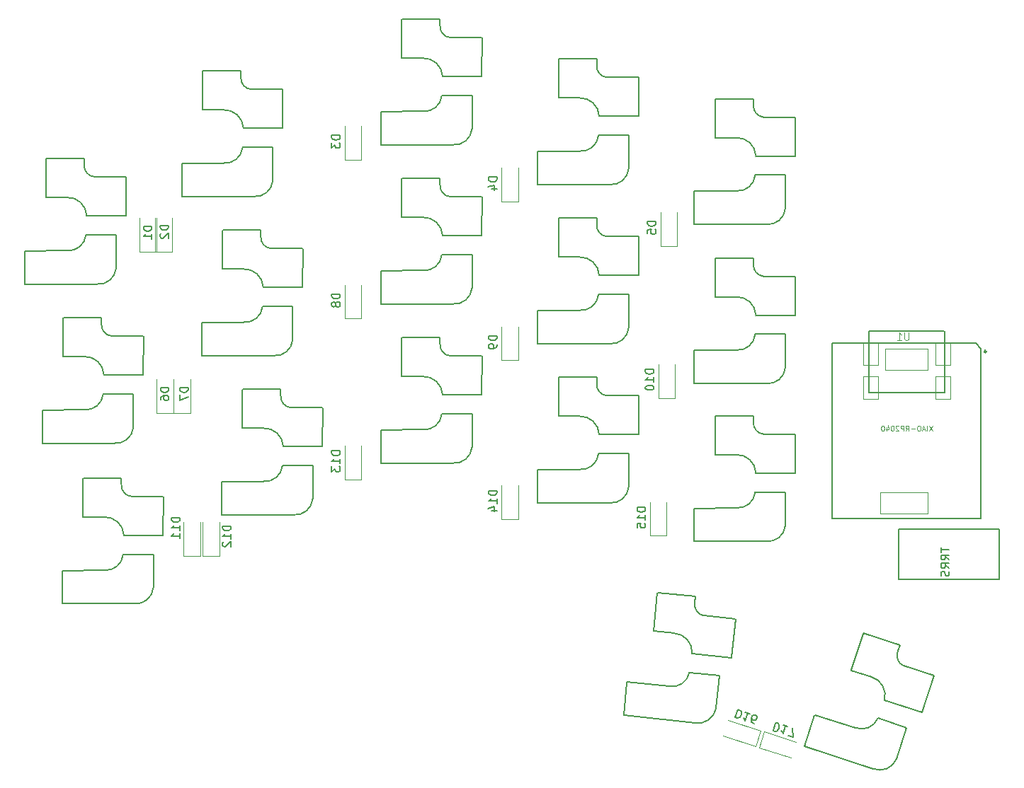
<source format=gbo>
%TF.GenerationSoftware,KiCad,Pcbnew,(6.0.7)*%
%TF.CreationDate,2022-09-04T11:35:24+09:00*%
%TF.ProjectId,selen-full,73656c65-6e2d-4667-956c-6c2e6b696361,rev?*%
%TF.SameCoordinates,Original*%
%TF.FileFunction,Legend,Bot*%
%TF.FilePolarity,Positive*%
%FSLAX46Y46*%
G04 Gerber Fmt 4.6, Leading zero omitted, Abs format (unit mm)*
G04 Created by KiCad (PCBNEW (6.0.7)) date 2022-09-04 11:35:24*
%MOMM*%
%LPD*%
G01*
G04 APERTURE LIST*
%ADD10C,0.150000*%
%ADD11C,0.101600*%
%ADD12C,0.076200*%
%ADD13C,0.120000*%
%ADD14C,0.127000*%
%ADD15C,0.066040*%
%ADD16C,0.254000*%
G04 APERTURE END LIST*
D10*
%TO.C,D9*%
X151952380Y-93961904D02*
X150952380Y-93961904D01*
X150952380Y-94200000D01*
X151000000Y-94342857D01*
X151095238Y-94438095D01*
X151190476Y-94485714D01*
X151380952Y-94533333D01*
X151523809Y-94533333D01*
X151714285Y-94485714D01*
X151809523Y-94438095D01*
X151904761Y-94342857D01*
X151952380Y-94200000D01*
X151952380Y-93961904D01*
X151952380Y-95009523D02*
X151952380Y-95200000D01*
X151904761Y-95295238D01*
X151857142Y-95342857D01*
X151714285Y-95438095D01*
X151523809Y-95485714D01*
X151142857Y-95485714D01*
X151047619Y-95438095D01*
X151000000Y-95390476D01*
X150952380Y-95295238D01*
X150952380Y-95104761D01*
X151000000Y-95009523D01*
X151047619Y-94961904D01*
X151142857Y-94914285D01*
X151380952Y-94914285D01*
X151476190Y-94961904D01*
X151523809Y-95009523D01*
X151571428Y-95104761D01*
X151571428Y-95295238D01*
X151523809Y-95390476D01*
X151476190Y-95438095D01*
X151380952Y-95485714D01*
%TO.C,D4*%
X151952380Y-74961904D02*
X150952380Y-74961904D01*
X150952380Y-75200000D01*
X151000000Y-75342857D01*
X151095238Y-75438095D01*
X151190476Y-75485714D01*
X151380952Y-75533333D01*
X151523809Y-75533333D01*
X151714285Y-75485714D01*
X151809523Y-75438095D01*
X151904761Y-75342857D01*
X151952380Y-75200000D01*
X151952380Y-74961904D01*
X151285714Y-76390476D02*
X151952380Y-76390476D01*
X150904761Y-76152380D02*
X151619047Y-75914285D01*
X151619047Y-76533333D01*
%TO.C,D12*%
X120152380Y-116719714D02*
X119152380Y-116719714D01*
X119152380Y-116957809D01*
X119200000Y-117100666D01*
X119295238Y-117195904D01*
X119390476Y-117243523D01*
X119580952Y-117291142D01*
X119723809Y-117291142D01*
X119914285Y-117243523D01*
X120009523Y-117195904D01*
X120104761Y-117100666D01*
X120152380Y-116957809D01*
X120152380Y-116719714D01*
X120152380Y-118243523D02*
X120152380Y-117672095D01*
X120152380Y-117957809D02*
X119152380Y-117957809D01*
X119295238Y-117862571D01*
X119390476Y-117767333D01*
X119438095Y-117672095D01*
X119247619Y-118624476D02*
X119200000Y-118672095D01*
X119152380Y-118767333D01*
X119152380Y-119005428D01*
X119200000Y-119100666D01*
X119247619Y-119148285D01*
X119342857Y-119195904D01*
X119438095Y-119195904D01*
X119580952Y-119148285D01*
X120152380Y-118576857D01*
X120152380Y-119195904D01*
%TO.C,D17*%
X185279558Y-140255938D02*
X184970541Y-141206994D01*
X185196983Y-141280570D01*
X185347563Y-141279427D01*
X185467570Y-141218280D01*
X185542289Y-141142418D01*
X185646437Y-140975980D01*
X185690583Y-140840115D01*
X185704155Y-140644246D01*
X185688296Y-140538954D01*
X185627150Y-140418947D01*
X185506000Y-140329513D01*
X185279558Y-140255938D01*
X186728787Y-140726821D02*
X186185326Y-140550240D01*
X186457056Y-140638530D02*
X186148039Y-141589587D01*
X186101608Y-141424291D01*
X186040461Y-141304284D01*
X185964599Y-141229566D01*
X186736788Y-141780883D02*
X187370826Y-141986894D01*
X187272247Y-140903402D01*
%TO.C,D15*%
X169702380Y-114485714D02*
X168702380Y-114485714D01*
X168702380Y-114723809D01*
X168750000Y-114866666D01*
X168845238Y-114961904D01*
X168940476Y-115009523D01*
X169130952Y-115057142D01*
X169273809Y-115057142D01*
X169464285Y-115009523D01*
X169559523Y-114961904D01*
X169654761Y-114866666D01*
X169702380Y-114723809D01*
X169702380Y-114485714D01*
X169702380Y-116009523D02*
X169702380Y-115438095D01*
X169702380Y-115723809D02*
X168702380Y-115723809D01*
X168845238Y-115628571D01*
X168940476Y-115533333D01*
X168988095Y-115438095D01*
X168702380Y-116914285D02*
X168702380Y-116438095D01*
X169178571Y-116390476D01*
X169130952Y-116438095D01*
X169083333Y-116533333D01*
X169083333Y-116771428D01*
X169130952Y-116866666D01*
X169178571Y-116914285D01*
X169273809Y-116961904D01*
X169511904Y-116961904D01*
X169607142Y-116914285D01*
X169654761Y-116866666D01*
X169702380Y-116771428D01*
X169702380Y-116533333D01*
X169654761Y-116438095D01*
X169607142Y-116390476D01*
%TO.C,D8*%
X133202380Y-88961904D02*
X132202380Y-88961904D01*
X132202380Y-89200000D01*
X132250000Y-89342857D01*
X132345238Y-89438095D01*
X132440476Y-89485714D01*
X132630952Y-89533333D01*
X132773809Y-89533333D01*
X132964285Y-89485714D01*
X133059523Y-89438095D01*
X133154761Y-89342857D01*
X133202380Y-89200000D01*
X133202380Y-88961904D01*
X132630952Y-90104761D02*
X132583333Y-90009523D01*
X132535714Y-89961904D01*
X132440476Y-89914285D01*
X132392857Y-89914285D01*
X132297619Y-89961904D01*
X132250000Y-90009523D01*
X132202380Y-90104761D01*
X132202380Y-90295238D01*
X132250000Y-90390476D01*
X132297619Y-90438095D01*
X132392857Y-90485714D01*
X132440476Y-90485714D01*
X132535714Y-90438095D01*
X132583333Y-90390476D01*
X132630952Y-90295238D01*
X132630952Y-90104761D01*
X132678571Y-90009523D01*
X132726190Y-89961904D01*
X132821428Y-89914285D01*
X133011904Y-89914285D01*
X133107142Y-89961904D01*
X133154761Y-90009523D01*
X133202380Y-90104761D01*
X133202380Y-90295238D01*
X133154761Y-90390476D01*
X133107142Y-90438095D01*
X133011904Y-90485714D01*
X132821428Y-90485714D01*
X132726190Y-90438095D01*
X132678571Y-90390476D01*
X132630952Y-90295238D01*
%TO.C,D11*%
X114052380Y-115719714D02*
X113052380Y-115719714D01*
X113052380Y-115957809D01*
X113100000Y-116100666D01*
X113195238Y-116195904D01*
X113290476Y-116243523D01*
X113480952Y-116291142D01*
X113623809Y-116291142D01*
X113814285Y-116243523D01*
X113909523Y-116195904D01*
X114004761Y-116100666D01*
X114052380Y-115957809D01*
X114052380Y-115719714D01*
X114052380Y-117243523D02*
X114052380Y-116672095D01*
X114052380Y-116957809D02*
X113052380Y-116957809D01*
X113195238Y-116862571D01*
X113290476Y-116767333D01*
X113338095Y-116672095D01*
X114052380Y-118195904D02*
X114052380Y-117624476D01*
X114052380Y-117910190D02*
X113052380Y-117910190D01*
X113195238Y-117814952D01*
X113290476Y-117719714D01*
X113338095Y-117624476D01*
%TO.C,D3*%
X133202380Y-69961904D02*
X132202380Y-69961904D01*
X132202380Y-70200000D01*
X132250000Y-70342857D01*
X132345238Y-70438095D01*
X132440476Y-70485714D01*
X132630952Y-70533333D01*
X132773809Y-70533333D01*
X132964285Y-70485714D01*
X133059523Y-70438095D01*
X133154761Y-70342857D01*
X133202380Y-70200000D01*
X133202380Y-69961904D01*
X132202380Y-70866666D02*
X132202380Y-71485714D01*
X132583333Y-71152380D01*
X132583333Y-71295238D01*
X132630952Y-71390476D01*
X132678571Y-71438095D01*
X132773809Y-71485714D01*
X133011904Y-71485714D01*
X133107142Y-71438095D01*
X133154761Y-71390476D01*
X133202380Y-71295238D01*
X133202380Y-71009523D01*
X133154761Y-70914285D01*
X133107142Y-70866666D01*
%TO.C,D5*%
X170952380Y-80261904D02*
X169952380Y-80261904D01*
X169952380Y-80500000D01*
X170000000Y-80642857D01*
X170095238Y-80738095D01*
X170190476Y-80785714D01*
X170380952Y-80833333D01*
X170523809Y-80833333D01*
X170714285Y-80785714D01*
X170809523Y-80738095D01*
X170904761Y-80642857D01*
X170952380Y-80500000D01*
X170952380Y-80261904D01*
X169952380Y-81738095D02*
X169952380Y-81261904D01*
X170428571Y-81214285D01*
X170380952Y-81261904D01*
X170333333Y-81357142D01*
X170333333Y-81595238D01*
X170380952Y-81690476D01*
X170428571Y-81738095D01*
X170523809Y-81785714D01*
X170761904Y-81785714D01*
X170857142Y-81738095D01*
X170904761Y-81690476D01*
X170952380Y-81595238D01*
X170952380Y-81357142D01*
X170904761Y-81261904D01*
X170857142Y-81214285D01*
%TO.C,D1*%
X110688380Y-80845904D02*
X109688380Y-80845904D01*
X109688380Y-81084000D01*
X109736000Y-81226857D01*
X109831238Y-81322095D01*
X109926476Y-81369714D01*
X110116952Y-81417333D01*
X110259809Y-81417333D01*
X110450285Y-81369714D01*
X110545523Y-81322095D01*
X110640761Y-81226857D01*
X110688380Y-81084000D01*
X110688380Y-80845904D01*
X110688380Y-82369714D02*
X110688380Y-81798285D01*
X110688380Y-82084000D02*
X109688380Y-82084000D01*
X109831238Y-81988761D01*
X109926476Y-81893523D01*
X109974095Y-81798285D01*
%TO.C,D16*%
X180734939Y-138694525D02*
X180425922Y-139645581D01*
X180652364Y-139719157D01*
X180802944Y-139718014D01*
X180922951Y-139656867D01*
X180997670Y-139581005D01*
X181101818Y-139414567D01*
X181145964Y-139278702D01*
X181159536Y-139082833D01*
X181143677Y-138977541D01*
X181082531Y-138857534D01*
X180961381Y-138768100D01*
X180734939Y-138694525D01*
X182184168Y-139165408D02*
X181640707Y-138988827D01*
X181912437Y-139077117D02*
X181603420Y-140028174D01*
X181556989Y-139862878D01*
X181495842Y-139742871D01*
X181419980Y-139668153D01*
X182690342Y-140381336D02*
X182509188Y-140322476D01*
X182433327Y-140247757D01*
X182402753Y-140187754D01*
X182356322Y-140022458D01*
X182369894Y-139826589D01*
X182487614Y-139464282D01*
X182562333Y-139388420D01*
X182622336Y-139357847D01*
X182727628Y-139341989D01*
X182908782Y-139400849D01*
X182984644Y-139475568D01*
X183015217Y-139535571D01*
X183031075Y-139640863D01*
X182957500Y-139867305D01*
X182882781Y-139943167D01*
X182822778Y-139973740D01*
X182717486Y-139989599D01*
X182536332Y-139930738D01*
X182460470Y-139856020D01*
X182429897Y-139796016D01*
X182414039Y-139690724D01*
%TO.C,D13*%
X133202380Y-107735714D02*
X132202380Y-107735714D01*
X132202380Y-107973809D01*
X132250000Y-108116666D01*
X132345238Y-108211904D01*
X132440476Y-108259523D01*
X132630952Y-108307142D01*
X132773809Y-108307142D01*
X132964285Y-108259523D01*
X133059523Y-108211904D01*
X133154761Y-108116666D01*
X133202380Y-107973809D01*
X133202380Y-107735714D01*
X133202380Y-109259523D02*
X133202380Y-108688095D01*
X133202380Y-108973809D02*
X132202380Y-108973809D01*
X132345238Y-108878571D01*
X132440476Y-108783333D01*
X132488095Y-108688095D01*
X132202380Y-109592857D02*
X132202380Y-110211904D01*
X132583333Y-109878571D01*
X132583333Y-110021428D01*
X132630952Y-110116666D01*
X132678571Y-110164285D01*
X132773809Y-110211904D01*
X133011904Y-110211904D01*
X133107142Y-110164285D01*
X133154761Y-110116666D01*
X133202380Y-110021428D01*
X133202380Y-109735714D01*
X133154761Y-109640476D01*
X133107142Y-109592857D01*
%TO.C,D10*%
X170702380Y-97985714D02*
X169702380Y-97985714D01*
X169702380Y-98223809D01*
X169750000Y-98366666D01*
X169845238Y-98461904D01*
X169940476Y-98509523D01*
X170130952Y-98557142D01*
X170273809Y-98557142D01*
X170464285Y-98509523D01*
X170559523Y-98461904D01*
X170654761Y-98366666D01*
X170702380Y-98223809D01*
X170702380Y-97985714D01*
X170702380Y-99509523D02*
X170702380Y-98938095D01*
X170702380Y-99223809D02*
X169702380Y-99223809D01*
X169845238Y-99128571D01*
X169940476Y-99033333D01*
X169988095Y-98938095D01*
X169702380Y-100128571D02*
X169702380Y-100223809D01*
X169750000Y-100319047D01*
X169797619Y-100366666D01*
X169892857Y-100414285D01*
X170083333Y-100461904D01*
X170321428Y-100461904D01*
X170511904Y-100414285D01*
X170607142Y-100366666D01*
X170654761Y-100319047D01*
X170702380Y-100223809D01*
X170702380Y-100128571D01*
X170654761Y-100033333D01*
X170607142Y-99985714D01*
X170511904Y-99938095D01*
X170321428Y-99890476D01*
X170083333Y-99890476D01*
X169892857Y-99938095D01*
X169797619Y-99985714D01*
X169750000Y-100033333D01*
X169702380Y-100128571D01*
%TO.C,D14*%
X151952380Y-112485714D02*
X150952380Y-112485714D01*
X150952380Y-112723809D01*
X151000000Y-112866666D01*
X151095238Y-112961904D01*
X151190476Y-113009523D01*
X151380952Y-113057142D01*
X151523809Y-113057142D01*
X151714285Y-113009523D01*
X151809523Y-112961904D01*
X151904761Y-112866666D01*
X151952380Y-112723809D01*
X151952380Y-112485714D01*
X151952380Y-114009523D02*
X151952380Y-113438095D01*
X151952380Y-113723809D02*
X150952380Y-113723809D01*
X151095238Y-113628571D01*
X151190476Y-113533333D01*
X151238095Y-113438095D01*
X151285714Y-114866666D02*
X151952380Y-114866666D01*
X150904761Y-114628571D02*
X151619047Y-114390476D01*
X151619047Y-115009523D01*
%TO.C,J1*%
X205022880Y-119287595D02*
X205022880Y-119859023D01*
X206022880Y-119573309D02*
X205022880Y-119573309D01*
X206022880Y-120763785D02*
X205546690Y-120430452D01*
X206022880Y-120192357D02*
X205022880Y-120192357D01*
X205022880Y-120573309D01*
X205070500Y-120668547D01*
X205118119Y-120716166D01*
X205213357Y-120763785D01*
X205356214Y-120763785D01*
X205451452Y-120716166D01*
X205499071Y-120668547D01*
X205546690Y-120573309D01*
X205546690Y-120192357D01*
X206022880Y-121763785D02*
X205546690Y-121430452D01*
X206022880Y-121192357D02*
X205022880Y-121192357D01*
X205022880Y-121573309D01*
X205070500Y-121668547D01*
X205118119Y-121716166D01*
X205213357Y-121763785D01*
X205356214Y-121763785D01*
X205451452Y-121716166D01*
X205499071Y-121668547D01*
X205546690Y-121573309D01*
X205546690Y-121192357D01*
X205975261Y-122144738D02*
X206022880Y-122287595D01*
X206022880Y-122525690D01*
X205975261Y-122620928D01*
X205927642Y-122668547D01*
X205832404Y-122716166D01*
X205737166Y-122716166D01*
X205641928Y-122668547D01*
X205594309Y-122620928D01*
X205546690Y-122525690D01*
X205499071Y-122335214D01*
X205451452Y-122239976D01*
X205403833Y-122192357D01*
X205308595Y-122144738D01*
X205213357Y-122144738D01*
X205118119Y-122192357D01*
X205070500Y-122239976D01*
X205022880Y-122335214D01*
X205022880Y-122573309D01*
X205070500Y-122716166D01*
%TO.C,D2*%
X112688380Y-80745904D02*
X111688380Y-80745904D01*
X111688380Y-80984000D01*
X111736000Y-81126857D01*
X111831238Y-81222095D01*
X111926476Y-81269714D01*
X112116952Y-81317333D01*
X112259809Y-81317333D01*
X112450285Y-81269714D01*
X112545523Y-81222095D01*
X112640761Y-81126857D01*
X112688380Y-80984000D01*
X112688380Y-80745904D01*
X111783619Y-81698285D02*
X111736000Y-81745904D01*
X111688380Y-81841142D01*
X111688380Y-82079238D01*
X111736000Y-82174476D01*
X111783619Y-82222095D01*
X111878857Y-82269714D01*
X111974095Y-82269714D01*
X112116952Y-82222095D01*
X112688380Y-81650666D01*
X112688380Y-82269714D01*
%TO.C,D7*%
X115027380Y-100149904D02*
X114027380Y-100149904D01*
X114027380Y-100388000D01*
X114075000Y-100530857D01*
X114170238Y-100626095D01*
X114265476Y-100673714D01*
X114455952Y-100721333D01*
X114598809Y-100721333D01*
X114789285Y-100673714D01*
X114884523Y-100626095D01*
X114979761Y-100530857D01*
X115027380Y-100388000D01*
X115027380Y-100149904D01*
X114027380Y-101054666D02*
X114027380Y-101721333D01*
X115027380Y-101292761D01*
D11*
%TO.C,U1*%
X201181017Y-93581782D02*
X201181017Y-94301449D01*
X201138684Y-94386116D01*
X201096350Y-94428449D01*
X201011684Y-94470782D01*
X200842350Y-94470782D01*
X200757684Y-94428449D01*
X200715350Y-94386116D01*
X200673017Y-94301449D01*
X200673017Y-93581782D01*
X199784017Y-94470782D02*
X200292017Y-94470782D01*
X200038017Y-94470782D02*
X200038017Y-93581782D01*
X200122684Y-93708782D01*
X200207350Y-93793449D01*
X200292017Y-93835782D01*
D12*
X204025212Y-104720287D02*
X203618812Y-105329887D01*
X203618812Y-104720287D02*
X204025212Y-105329887D01*
X203386584Y-105329887D02*
X203386584Y-104720287D01*
X203125326Y-105155716D02*
X202835041Y-105155716D01*
X203183384Y-105329887D02*
X202980184Y-104720287D01*
X202776984Y-105329887D01*
X202457669Y-104720287D02*
X202341555Y-104720287D01*
X202283498Y-104749316D01*
X202225441Y-104807373D01*
X202196412Y-104923487D01*
X202196412Y-105126687D01*
X202225441Y-105242801D01*
X202283498Y-105300858D01*
X202341555Y-105329887D01*
X202457669Y-105329887D01*
X202515726Y-105300858D01*
X202573784Y-105242801D01*
X202602812Y-105126687D01*
X202602812Y-104923487D01*
X202573784Y-104807373D01*
X202515726Y-104749316D01*
X202457669Y-104720287D01*
X201935155Y-105097658D02*
X201470698Y-105097658D01*
X200832069Y-105329887D02*
X201035269Y-105039601D01*
X201180412Y-105329887D02*
X201180412Y-104720287D01*
X200948184Y-104720287D01*
X200890126Y-104749316D01*
X200861098Y-104778344D01*
X200832069Y-104836401D01*
X200832069Y-104923487D01*
X200861098Y-104981544D01*
X200890126Y-105010573D01*
X200948184Y-105039601D01*
X201180412Y-105039601D01*
X200570812Y-105329887D02*
X200570812Y-104720287D01*
X200338584Y-104720287D01*
X200280526Y-104749316D01*
X200251498Y-104778344D01*
X200222469Y-104836401D01*
X200222469Y-104923487D01*
X200251498Y-104981544D01*
X200280526Y-105010573D01*
X200338584Y-105039601D01*
X200570812Y-105039601D01*
X199990241Y-104778344D02*
X199961212Y-104749316D01*
X199903155Y-104720287D01*
X199758012Y-104720287D01*
X199699955Y-104749316D01*
X199670926Y-104778344D01*
X199641898Y-104836401D01*
X199641898Y-104894458D01*
X199670926Y-104981544D01*
X200019269Y-105329887D01*
X199641898Y-105329887D01*
X199264526Y-104720287D02*
X199206469Y-104720287D01*
X199148412Y-104749316D01*
X199119384Y-104778344D01*
X199090355Y-104836401D01*
X199061326Y-104952516D01*
X199061326Y-105097658D01*
X199090355Y-105213773D01*
X199119384Y-105271830D01*
X199148412Y-105300858D01*
X199206469Y-105329887D01*
X199264526Y-105329887D01*
X199322584Y-105300858D01*
X199351612Y-105271830D01*
X199380641Y-105213773D01*
X199409669Y-105097658D01*
X199409669Y-104952516D01*
X199380641Y-104836401D01*
X199351612Y-104778344D01*
X199322584Y-104749316D01*
X199264526Y-104720287D01*
X198538812Y-104923487D02*
X198538812Y-105329887D01*
X198683955Y-104691258D02*
X198829098Y-105126687D01*
X198451726Y-105126687D01*
X198103384Y-104720287D02*
X198045326Y-104720287D01*
X197987269Y-104749316D01*
X197958241Y-104778344D01*
X197929212Y-104836401D01*
X197900184Y-104952516D01*
X197900184Y-105097658D01*
X197929212Y-105213773D01*
X197958241Y-105271830D01*
X197987269Y-105300858D01*
X198045326Y-105329887D01*
X198103384Y-105329887D01*
X198161441Y-105300858D01*
X198190469Y-105271830D01*
X198219498Y-105213773D01*
X198248526Y-105097658D01*
X198248526Y-104952516D01*
X198219498Y-104836401D01*
X198190469Y-104778344D01*
X198161441Y-104749316D01*
X198103384Y-104720287D01*
D10*
%TO.C,D6*%
X112720380Y-100149904D02*
X111720380Y-100149904D01*
X111720380Y-100388000D01*
X111768000Y-100530857D01*
X111863238Y-100626095D01*
X111958476Y-100673714D01*
X112148952Y-100721333D01*
X112291809Y-100721333D01*
X112482285Y-100673714D01*
X112577523Y-100626095D01*
X112672761Y-100530857D01*
X112720380Y-100388000D01*
X112720380Y-100149904D01*
X111720380Y-101578476D02*
X111720380Y-101388000D01*
X111768000Y-101292761D01*
X111815619Y-101245142D01*
X111958476Y-101149904D01*
X112148952Y-101102285D01*
X112529904Y-101102285D01*
X112625142Y-101149904D01*
X112672761Y-101197523D01*
X112720380Y-101292761D01*
X112720380Y-101483238D01*
X112672761Y-101578476D01*
X112625142Y-101626095D01*
X112529904Y-101673714D01*
X112291809Y-101673714D01*
X112196571Y-101626095D01*
X112148952Y-101578476D01*
X112101333Y-101483238D01*
X112101333Y-101292761D01*
X112148952Y-101197523D01*
X112196571Y-101149904D01*
X112291809Y-101102285D01*
D13*
%TO.C,D9*%
X154500000Y-96900000D02*
X154500000Y-92850000D01*
X152500000Y-96900000D02*
X152500000Y-92850000D01*
X152500000Y-96900000D02*
X154500000Y-96900000D01*
%TO.C,D4*%
X152500000Y-77900000D02*
X152500000Y-73850000D01*
X154500000Y-77900000D02*
X154500000Y-73850000D01*
X152500000Y-77900000D02*
X154500000Y-77900000D01*
%TO.C,D12*%
X116750000Y-120334000D02*
X116750000Y-116284000D01*
X116750000Y-120334000D02*
X118750000Y-120334000D01*
X118750000Y-120334000D02*
X118750000Y-116284000D01*
%TO.C,D17*%
X183893277Y-141332632D02*
X183275243Y-143234745D01*
X183893277Y-141332632D02*
X187745056Y-142584151D01*
X183275243Y-143234745D02*
X187127022Y-144486264D01*
D10*
%TO.C,SW1*%
X95530000Y-83812500D02*
X100580000Y-83766500D01*
X103830000Y-74937500D02*
X107605000Y-74937500D01*
X98055000Y-77387500D02*
X100605000Y-77387500D01*
X98055000Y-72737500D02*
X102605000Y-72737500D01*
X102610000Y-73462500D02*
X102610000Y-72762500D01*
X102905000Y-79587500D02*
X107605000Y-79587500D01*
X95530000Y-83858500D02*
X95530000Y-87766500D01*
X106430000Y-81858500D02*
X102820000Y-81858500D01*
X106430000Y-85812500D02*
X106430000Y-81867500D01*
X98030000Y-77362500D02*
X98030000Y-72762500D01*
X107605000Y-79562500D02*
X107630000Y-74962500D01*
X95530000Y-87766500D02*
X104155000Y-87766500D01*
X100555000Y-83762500D02*
G75*
G03*
X102815000Y-81882500I190000J2070000D01*
G01*
X102610000Y-73512500D02*
G75*
G03*
X103830000Y-74932500I1320000J-100000D01*
G01*
X102900000Y-79562500D02*
G75*
G03*
X100530000Y-77392500I-2270000J-100000D01*
G01*
X104155000Y-87766500D02*
G75*
G03*
X106419000Y-85882500I190000J2074000D01*
G01*
%TO.C,SW13*%
X148975000Y-107243750D02*
X148975000Y-103298750D01*
X138075000Y-105289750D02*
X138075000Y-109197750D01*
X140575000Y-98793750D02*
X140575000Y-94193750D01*
X148975000Y-103289750D02*
X145365000Y-103289750D01*
X140600000Y-94168750D02*
X145150000Y-94168750D01*
X138075000Y-105243750D02*
X143125000Y-105197750D01*
X150150000Y-100993750D02*
X150175000Y-96393750D01*
X140600000Y-98818750D02*
X143150000Y-98818750D01*
X138075000Y-109197750D02*
X146700000Y-109197750D01*
X146375000Y-96368750D02*
X150150000Y-96368750D01*
X145155000Y-94893750D02*
X145155000Y-94193750D01*
X145450000Y-101018750D02*
X150150000Y-101018750D01*
X143100000Y-105193750D02*
G75*
G03*
X145360000Y-103313750I190000J2070000D01*
G01*
X145155000Y-94943750D02*
G75*
G03*
X146375000Y-96363750I1320000J-100000D01*
G01*
X145445000Y-100993750D02*
G75*
G03*
X143075000Y-98823750I-2270000J-100000D01*
G01*
X146700000Y-109197750D02*
G75*
G03*
X148964000Y-107313750I190000J2074000D01*
G01*
D13*
%TO.C,D15*%
X172250000Y-117900000D02*
X172250000Y-113850000D01*
X170250000Y-117900000D02*
X170250000Y-113850000D01*
X170250000Y-117900000D02*
X172250000Y-117900000D01*
%TO.C,D8*%
X133750000Y-91900000D02*
X133750000Y-87850000D01*
X133750000Y-91900000D02*
X135750000Y-91900000D01*
X135750000Y-91900000D02*
X135750000Y-87850000D01*
D10*
%TO.C,SW7*%
X127543750Y-90431000D02*
X123933750Y-90431000D01*
X119168750Y-81310000D02*
X123718750Y-81310000D01*
X128718750Y-88135000D02*
X128743750Y-83535000D01*
X119168750Y-85960000D02*
X121718750Y-85960000D01*
X127543750Y-94385000D02*
X127543750Y-90440000D01*
X124018750Y-88160000D02*
X128718750Y-88160000D01*
X116643750Y-96339000D02*
X125268750Y-96339000D01*
X124943750Y-83510000D02*
X128718750Y-83510000D01*
X119143750Y-85935000D02*
X119143750Y-81335000D01*
X116643750Y-92431000D02*
X116643750Y-96339000D01*
X123723750Y-82035000D02*
X123723750Y-81335000D01*
X116643750Y-92385000D02*
X121693750Y-92339000D01*
X121668750Y-92335000D02*
G75*
G03*
X123928750Y-90455000I190000J2070000D01*
G01*
X123723750Y-82085000D02*
G75*
G03*
X124943750Y-83505000I1320000J-100000D01*
G01*
X124013750Y-88135000D02*
G75*
G03*
X121643750Y-85965000I-2270000J-100000D01*
G01*
X125268750Y-96339000D02*
G75*
G03*
X127532750Y-94455000I190000J2074000D01*
G01*
D13*
%TO.C,D11*%
X114500000Y-120334000D02*
X114500000Y-116284000D01*
X114500000Y-120334000D02*
X116500000Y-120334000D01*
X116500000Y-120334000D02*
X116500000Y-116284000D01*
D10*
%TO.C,SW6*%
X100093750Y-96412500D02*
X100093750Y-91812500D01*
X108493750Y-104862500D02*
X108493750Y-100917500D01*
X100118750Y-96437500D02*
X102668750Y-96437500D01*
X104968750Y-98637500D02*
X109668750Y-98637500D01*
X100118750Y-91787500D02*
X104668750Y-91787500D01*
X104673750Y-92512500D02*
X104673750Y-91812500D01*
X109668750Y-98612500D02*
X109693750Y-94012500D01*
X97593750Y-102908500D02*
X97593750Y-106816500D01*
X97593750Y-102862500D02*
X102643750Y-102816500D01*
X97593750Y-106816500D02*
X106218750Y-106816500D01*
X105893750Y-93987500D02*
X109668750Y-93987500D01*
X108493750Y-100908500D02*
X104883750Y-100908500D01*
X106218750Y-106816500D02*
G75*
G03*
X108482750Y-104932500I190000J2074000D01*
G01*
X104673750Y-92562500D02*
G75*
G03*
X105893750Y-93982500I1320000J-100000D01*
G01*
X102618750Y-102812500D02*
G75*
G03*
X104878750Y-100932500I190000J2070000D01*
G01*
X104963750Y-98612500D02*
G75*
G03*
X102593750Y-96442500I-2270000J-100000D01*
G01*
%TO.C,SW11*%
X112050000Y-117821250D02*
X112075000Y-113221250D01*
X110875000Y-120117250D02*
X107265000Y-120117250D01*
X107350000Y-117846250D02*
X112050000Y-117846250D01*
X102500000Y-110996250D02*
X107050000Y-110996250D01*
X99975000Y-126025250D02*
X108600000Y-126025250D01*
X102475000Y-115621250D02*
X102475000Y-111021250D01*
X99975000Y-122071250D02*
X105025000Y-122025250D01*
X108275000Y-113196250D02*
X112050000Y-113196250D01*
X110875000Y-124071250D02*
X110875000Y-120126250D01*
X102500000Y-115646250D02*
X105050000Y-115646250D01*
X107055000Y-111721250D02*
X107055000Y-111021250D01*
X99975000Y-122117250D02*
X99975000Y-126025250D01*
X107345000Y-117821250D02*
G75*
G03*
X104975000Y-115651250I-2270000J-100000D01*
G01*
X108600000Y-126025250D02*
G75*
G03*
X110864000Y-124141250I190000J2074000D01*
G01*
X105000000Y-122021250D02*
G75*
G03*
X107260000Y-120141250I190000J2070000D01*
G01*
X107055000Y-111771250D02*
G75*
G03*
X108275000Y-113191250I1320000J-100000D01*
G01*
%TO.C,SW8*%
X140600000Y-75118750D02*
X145150000Y-75118750D01*
X145450000Y-81968750D02*
X150150000Y-81968750D01*
X138075000Y-86193750D02*
X143125000Y-86147750D01*
X138075000Y-86239750D02*
X138075000Y-90147750D01*
X146375000Y-77318750D02*
X150150000Y-77318750D01*
X148975000Y-88193750D02*
X148975000Y-84248750D01*
X145155000Y-75843750D02*
X145155000Y-75143750D01*
X150150000Y-81943750D02*
X150175000Y-77343750D01*
X138075000Y-90147750D02*
X146700000Y-90147750D01*
X140575000Y-79743750D02*
X140575000Y-75143750D01*
X148975000Y-84239750D02*
X145365000Y-84239750D01*
X140600000Y-79768750D02*
X143150000Y-79768750D01*
X146700000Y-90147750D02*
G75*
G03*
X148964000Y-88263750I190000J2074000D01*
G01*
X145155000Y-75893750D02*
G75*
G03*
X146375000Y-77313750I1320000J-100000D01*
G01*
X145445000Y-81943750D02*
G75*
G03*
X143075000Y-79773750I-2270000J-100000D01*
G01*
X143100000Y-86143750D02*
G75*
G03*
X145360000Y-84263750I190000J2070000D01*
G01*
%TO.C,SW10*%
X175540000Y-99672750D02*
X184165000Y-99672750D01*
X178040000Y-89268750D02*
X178040000Y-84668750D01*
X178065000Y-84643750D02*
X182615000Y-84643750D01*
X186440000Y-93764750D02*
X182830000Y-93764750D01*
X182620000Y-85368750D02*
X182620000Y-84668750D01*
X175540000Y-95764750D02*
X175540000Y-99672750D01*
X182915000Y-91493750D02*
X187615000Y-91493750D01*
X187615000Y-91468750D02*
X187640000Y-86868750D01*
X178065000Y-89293750D02*
X180615000Y-89293750D01*
X186440000Y-97718750D02*
X186440000Y-93773750D01*
X183840000Y-86843750D02*
X187615000Y-86843750D01*
X175540000Y-95718750D02*
X180590000Y-95672750D01*
X180565000Y-95668750D02*
G75*
G03*
X182825000Y-93788750I190000J2070000D01*
G01*
X184165000Y-99672750D02*
G75*
G03*
X186429000Y-97788750I190000J2074000D01*
G01*
X182910000Y-91468750D02*
G75*
G03*
X180540000Y-89298750I-2270000J-100000D01*
G01*
X182620000Y-85418750D02*
G75*
G03*
X183840000Y-86838750I1320000J-100000D01*
G01*
%TO.C,SW15*%
X182620000Y-104260000D02*
X182620000Y-103560000D01*
X178065000Y-108185000D02*
X180615000Y-108185000D01*
X178040000Y-108160000D02*
X178040000Y-103560000D01*
X175540000Y-114656000D02*
X175540000Y-118564000D01*
X183840000Y-105735000D02*
X187615000Y-105735000D01*
X186440000Y-112656000D02*
X182830000Y-112656000D01*
X182915000Y-110385000D02*
X187615000Y-110385000D01*
X175540000Y-118564000D02*
X184165000Y-118564000D01*
X187615000Y-110360000D02*
X187640000Y-105760000D01*
X178065000Y-103535000D02*
X182615000Y-103535000D01*
X175540000Y-114610000D02*
X180590000Y-114564000D01*
X186440000Y-116610000D02*
X186440000Y-112665000D01*
X182910000Y-110360000D02*
G75*
G03*
X180540000Y-108190000I-2270000J-100000D01*
G01*
X184165000Y-118564000D02*
G75*
G03*
X186429000Y-116680000I190000J2074000D01*
G01*
X180565000Y-114560000D02*
G75*
G03*
X182825000Y-112680000I190000J2070000D01*
G01*
X182620000Y-104310000D02*
G75*
G03*
X183840000Y-105730000I1320000J-100000D01*
G01*
%TO.C,SW3*%
X140575000Y-60693750D02*
X140575000Y-56093750D01*
X146375000Y-58268750D02*
X150150000Y-58268750D01*
X148975000Y-69143750D02*
X148975000Y-65198750D01*
X140600000Y-56068750D02*
X145150000Y-56068750D01*
X140600000Y-60718750D02*
X143150000Y-60718750D01*
X145155000Y-56793750D02*
X145155000Y-56093750D01*
X138075000Y-67143750D02*
X143125000Y-67097750D01*
X138075000Y-67189750D02*
X138075000Y-71097750D01*
X138075000Y-71097750D02*
X146700000Y-71097750D01*
X148975000Y-65189750D02*
X145365000Y-65189750D01*
X150150000Y-62893750D02*
X150175000Y-58293750D01*
X145450000Y-62918750D02*
X150150000Y-62918750D01*
X143100000Y-67093750D02*
G75*
G03*
X145360000Y-65213750I190000J2070000D01*
G01*
X146700000Y-71097750D02*
G75*
G03*
X148964000Y-69213750I190000J2074000D01*
G01*
X145155000Y-56843750D02*
G75*
G03*
X146375000Y-58263750I1320000J-100000D01*
G01*
X145445000Y-62893750D02*
G75*
G03*
X143075000Y-60723750I-2270000J-100000D01*
G01*
%TO.C,SW16*%
X178554058Y-134625297D02*
X174963834Y-134247949D01*
X167096215Y-139361572D02*
X175673967Y-140263130D01*
X167509521Y-135429233D02*
X172536665Y-135911354D01*
X179962619Y-132464696D02*
X180468313Y-127892508D01*
X167504712Y-135474981D02*
X167096215Y-139361572D01*
X175285753Y-131998275D02*
X179960005Y-132489559D01*
X175632605Y-125875993D02*
X175705775Y-125179827D01*
X176691743Y-127470437D02*
X180446063Y-127865032D01*
X171178341Y-124678837D02*
X175703416Y-125154442D01*
X178140753Y-138557637D02*
X178553117Y-134634248D01*
X170670034Y-129275888D02*
X171150865Y-124701087D01*
X170692284Y-129303364D02*
X173228315Y-129569912D01*
X175673967Y-140263130D02*
G75*
G03*
X178122496Y-138626104I405751J2042778D01*
G01*
X175283393Y-131972889D02*
G75*
G03*
X173153203Y-129567045I-2268017J137827D01*
G01*
X172512220Y-135904762D02*
G75*
G03*
X174956353Y-134271295I405333J2038800D01*
G01*
X175627379Y-125925719D02*
G75*
G03*
X176692265Y-127465465I1302316J-237430D01*
G01*
D13*
%TO.C,D3*%
X133750000Y-72900000D02*
X135750000Y-72900000D01*
X133750000Y-72900000D02*
X133750000Y-68850000D01*
X135750000Y-72900000D02*
X135750000Y-68850000D01*
%TO.C,D5*%
X173500000Y-83200000D02*
X173500000Y-79150000D01*
X171500000Y-83200000D02*
X171500000Y-79150000D01*
X171500000Y-83200000D02*
X173500000Y-83200000D01*
%TO.C,D1*%
X109236000Y-83934000D02*
X109236000Y-79884000D01*
X109236000Y-83934000D02*
X111236000Y-83934000D01*
X111236000Y-83934000D02*
X111236000Y-79884000D01*
D10*
%TO.C,SW2*%
X121342500Y-62985000D02*
X121342500Y-62285000D01*
X116787500Y-62260000D02*
X121337500Y-62260000D01*
X114262500Y-73335000D02*
X119312500Y-73289000D01*
X125162500Y-75335000D02*
X125162500Y-71390000D01*
X122562500Y-64460000D02*
X126337500Y-64460000D01*
X114262500Y-77289000D02*
X122887500Y-77289000D01*
X116787500Y-66910000D02*
X119337500Y-66910000D01*
X121637500Y-69110000D02*
X126337500Y-69110000D01*
X114262500Y-73381000D02*
X114262500Y-77289000D01*
X125162500Y-71381000D02*
X121552500Y-71381000D01*
X126337500Y-69085000D02*
X126362500Y-64485000D01*
X116762500Y-66885000D02*
X116762500Y-62285000D01*
X121342500Y-63035000D02*
G75*
G03*
X122562500Y-64455000I1320000J-100000D01*
G01*
X121632500Y-69085000D02*
G75*
G03*
X119262500Y-66915000I-2270000J-100000D01*
G01*
X119287500Y-73285000D02*
G75*
G03*
X121547500Y-71405000I190000J2070000D01*
G01*
X122887500Y-77289000D02*
G75*
G03*
X125151500Y-75405000I190000J2074000D01*
G01*
%TO.C,SW9*%
X167707500Y-92956250D02*
X167707500Y-89011250D01*
X156807500Y-90956250D02*
X161857500Y-90910250D01*
X159332500Y-84531250D02*
X161882500Y-84531250D01*
X167707500Y-89002250D02*
X164097500Y-89002250D01*
X159307500Y-84506250D02*
X159307500Y-79906250D01*
X156807500Y-91002250D02*
X156807500Y-94910250D01*
X168882500Y-86706250D02*
X168907500Y-82106250D01*
X159332500Y-79881250D02*
X163882500Y-79881250D01*
X165107500Y-82081250D02*
X168882500Y-82081250D01*
X164182500Y-86731250D02*
X168882500Y-86731250D01*
X156807500Y-94910250D02*
X165432500Y-94910250D01*
X163887500Y-80606250D02*
X163887500Y-79906250D01*
X165432500Y-94910250D02*
G75*
G03*
X167696500Y-93026250I190000J2074000D01*
G01*
X164177500Y-86706250D02*
G75*
G03*
X161807500Y-84536250I-2270000J-100000D01*
G01*
X161832500Y-90906250D02*
G75*
G03*
X164092500Y-89026250I190000J2070000D01*
G01*
X163887500Y-80656250D02*
G75*
G03*
X165107500Y-82076250I1320000J-100000D01*
G01*
%TO.C,SW5*%
X183840000Y-67793750D02*
X187615000Y-67793750D01*
X187615000Y-72418750D02*
X187640000Y-67818750D01*
X186440000Y-74714750D02*
X182830000Y-74714750D01*
X178040000Y-70218750D02*
X178040000Y-65618750D01*
X186440000Y-78668750D02*
X186440000Y-74723750D01*
X182620000Y-66318750D02*
X182620000Y-65618750D01*
X178065000Y-65593750D02*
X182615000Y-65593750D01*
X175540000Y-76668750D02*
X180590000Y-76622750D01*
X175540000Y-80622750D02*
X184165000Y-80622750D01*
X175540000Y-76714750D02*
X175540000Y-80622750D01*
X182915000Y-72443750D02*
X187615000Y-72443750D01*
X178065000Y-70243750D02*
X180615000Y-70243750D01*
X182620000Y-66368750D02*
G75*
G03*
X183840000Y-67788750I1320000J-100000D01*
G01*
X180565000Y-76618750D02*
G75*
G03*
X182825000Y-74738750I190000J2070000D01*
G01*
X184165000Y-80622750D02*
G75*
G03*
X186429000Y-78738750I190000J2074000D01*
G01*
X182910000Y-72418750D02*
G75*
G03*
X180540000Y-70248750I-2270000J-100000D01*
G01*
D13*
%TO.C,D16*%
X182847269Y-143095686D02*
X178995490Y-141844167D01*
X183465303Y-141193573D02*
X179613524Y-139942054D01*
X182847269Y-143095686D02*
X183465303Y-141193573D01*
%TO.C,D13*%
X133750000Y-111150000D02*
X133750000Y-107100000D01*
X135750000Y-111150000D02*
X135750000Y-107100000D01*
X133750000Y-111150000D02*
X135750000Y-111150000D01*
%TO.C,D10*%
X171250000Y-101400000D02*
X173250000Y-101400000D01*
X171250000Y-101400000D02*
X171250000Y-97350000D01*
X173250000Y-101400000D02*
X173250000Y-97350000D01*
D10*
%TO.C,SW17*%
X194347985Y-134009459D02*
X196773179Y-134797453D01*
X194331934Y-133977957D02*
X195753412Y-129603097D01*
X188739280Y-143100207D02*
X196942143Y-145765479D01*
X189961133Y-139339729D02*
X194778183Y-140856517D01*
X200931469Y-140849650D02*
X197498154Y-139734099D01*
X199709615Y-144610128D02*
X200928687Y-140858210D01*
X195784914Y-129587046D02*
X200112221Y-130993074D01*
X200597428Y-133463944D02*
X204187667Y-134630483D01*
X199892939Y-131684135D02*
X200109251Y-131018395D01*
X202758463Y-139029120D02*
X204203718Y-134661985D01*
X198280772Y-137600516D02*
X202750738Y-139052896D01*
X189946919Y-139383478D02*
X188739280Y-143100207D01*
X199877488Y-131731688D02*
G75*
G03*
X200598973Y-133459189I1224493J-503008D01*
G01*
X194755643Y-140844987D02*
G75*
G03*
X197485983Y-139755379I820366J1909974D01*
G01*
X196942143Y-145765479D02*
G75*
G03*
X199677523Y-144673303I821602J1913778D01*
G01*
X198283742Y-137575195D02*
G75*
G03*
X196700305Y-134779032I-2189800J606363D01*
G01*
%TO.C,SW12*%
X121525000Y-104985000D02*
X121525000Y-100385000D01*
X129925000Y-113435000D02*
X129925000Y-109490000D01*
X119025000Y-115389000D02*
X127650000Y-115389000D01*
X119025000Y-111481000D02*
X119025000Y-115389000D01*
X131100000Y-107185000D02*
X131125000Y-102585000D01*
X119025000Y-111435000D02*
X124075000Y-111389000D01*
X126400000Y-107210000D02*
X131100000Y-107210000D01*
X129925000Y-109481000D02*
X126315000Y-109481000D01*
X126105000Y-101085000D02*
X126105000Y-100385000D01*
X127325000Y-102560000D02*
X131100000Y-102560000D01*
X121550000Y-100360000D02*
X126100000Y-100360000D01*
X121550000Y-105010000D02*
X124100000Y-105010000D01*
X126395000Y-107185000D02*
G75*
G03*
X124025000Y-105015000I-2270000J-100000D01*
G01*
X124050000Y-111385000D02*
G75*
G03*
X126310000Y-109505000I190000J2070000D01*
G01*
X126105000Y-101135000D02*
G75*
G03*
X127325000Y-102555000I1320000J-100000D01*
G01*
X127650000Y-115389000D02*
G75*
G03*
X129914000Y-113505000I190000J2074000D01*
G01*
D13*
%TO.C,D14*%
X152500000Y-115900000D02*
X154500000Y-115900000D01*
X152500000Y-115900000D02*
X152500000Y-111850000D01*
X154500000Y-115900000D02*
X154500000Y-111850000D01*
D10*
%TO.C,J1*%
X199984000Y-117125000D02*
X211984000Y-117125000D01*
X199984000Y-123125000D02*
X199984000Y-117125000D01*
X211984000Y-123125000D02*
X199984000Y-123125000D01*
X211984000Y-117125000D02*
X211984000Y-123125000D01*
D13*
%TO.C,D2*%
X113111000Y-83934000D02*
X113111000Y-79884000D01*
X111111000Y-83934000D02*
X111111000Y-79884000D01*
X111111000Y-83934000D02*
X113111000Y-83934000D01*
D10*
%TO.C,SW14*%
X159307500Y-103556250D02*
X159307500Y-98956250D01*
X164182500Y-105781250D02*
X168882500Y-105781250D01*
X159332500Y-98931250D02*
X163882500Y-98931250D01*
X168882500Y-105756250D02*
X168907500Y-101156250D01*
X167707500Y-108052250D02*
X164097500Y-108052250D01*
X165107500Y-101131250D02*
X168882500Y-101131250D01*
X156807500Y-110052250D02*
X156807500Y-113960250D01*
X167707500Y-112006250D02*
X167707500Y-108061250D01*
X156807500Y-110006250D02*
X161857500Y-109960250D01*
X159332500Y-103581250D02*
X161882500Y-103581250D01*
X156807500Y-113960250D02*
X165432500Y-113960250D01*
X163887500Y-99656250D02*
X163887500Y-98956250D01*
X165432500Y-113960250D02*
G75*
G03*
X167696500Y-112076250I190000J2074000D01*
G01*
X163887500Y-99706250D02*
G75*
G03*
X165107500Y-101126250I1320000J-100000D01*
G01*
X161832500Y-109956250D02*
G75*
G03*
X164092500Y-108076250I190000J2070000D01*
G01*
X164177500Y-105756250D02*
G75*
G03*
X161807500Y-103586250I-2270000J-100000D01*
G01*
D13*
%TO.C,D7*%
X115300000Y-103238000D02*
X115300000Y-99188000D01*
X113300000Y-103238000D02*
X115300000Y-103238000D01*
X113300000Y-103238000D02*
X113300000Y-99188000D01*
D10*
%TO.C,SW4*%
X164182500Y-67681250D02*
X168882500Y-67681250D01*
X156807500Y-71952250D02*
X156807500Y-75860250D01*
X163887500Y-61556250D02*
X163887500Y-60856250D01*
X159307500Y-65456250D02*
X159307500Y-60856250D01*
X156807500Y-75860250D02*
X165432500Y-75860250D01*
X165107500Y-63031250D02*
X168882500Y-63031250D01*
X168882500Y-67656250D02*
X168907500Y-63056250D01*
X167707500Y-69952250D02*
X164097500Y-69952250D01*
X159332500Y-60831250D02*
X163882500Y-60831250D01*
X167707500Y-73906250D02*
X167707500Y-69961250D01*
X156807500Y-71906250D02*
X161857500Y-71860250D01*
X159332500Y-65481250D02*
X161882500Y-65481250D01*
X165432500Y-75860250D02*
G75*
G03*
X167696500Y-73976250I190000J2074000D01*
G01*
X161832500Y-71856250D02*
G75*
G03*
X164092500Y-69976250I190000J2070000D01*
G01*
X163887500Y-61606250D02*
G75*
G03*
X165107500Y-63026250I1320000J-100000D01*
G01*
X164177500Y-67656250D02*
G75*
G03*
X161807500Y-65486250I-2270000J-100000D01*
G01*
D14*
%TO.C,U1*%
X209838184Y-115849116D02*
X192040404Y-115849116D01*
X205443984Y-100779296D02*
X205443984Y-93425996D01*
X209838184Y-95521496D02*
X209838184Y-115849116D01*
D15*
X203488184Y-115214116D02*
X197773184Y-115214116D01*
X206155184Y-97434116D02*
X204377184Y-97434116D01*
X203488184Y-98069116D02*
X198408184Y-98069116D01*
X197519184Y-97434116D02*
X195741184Y-97434116D01*
X195741184Y-101500656D02*
X195741184Y-98831116D01*
X203488184Y-95529116D02*
X198408184Y-95529116D01*
X203488184Y-98069116D02*
X203488184Y-95529116D01*
D14*
X209167624Y-94850936D02*
X209838184Y-95521496D01*
D15*
X197773184Y-115214116D02*
X197773184Y-112674116D01*
X206155184Y-94767116D02*
X204377184Y-94767116D01*
X203488184Y-115214116D02*
X203488184Y-112674116D01*
X203488184Y-112674116D02*
X197773184Y-112674116D01*
X197519184Y-98831116D02*
X195741184Y-98831116D01*
X204377184Y-97434116D02*
X204377184Y-94767116D01*
X195741184Y-97434116D02*
X195741184Y-94767116D01*
X206155184Y-97434116D02*
X206155184Y-94767116D01*
D14*
X196444764Y-100779296D02*
X205443984Y-100779296D01*
D15*
X197519184Y-94767116D02*
X195741184Y-94767116D01*
X206155184Y-101500656D02*
X204377184Y-101500656D01*
X206155184Y-98831116D02*
X204377184Y-98831116D01*
D14*
X205438904Y-93425996D02*
X196444764Y-93425996D01*
D15*
X198408184Y-98069116D02*
X198408184Y-95529116D01*
X197519184Y-101500656D02*
X195741184Y-101500656D01*
X197519184Y-97434116D02*
X197519184Y-94767116D01*
X197519184Y-101500656D02*
X197519184Y-98831116D01*
X204377184Y-101500656D02*
X204377184Y-98831116D01*
D14*
X192040404Y-115849116D02*
X192040404Y-94850936D01*
X196444764Y-93425996D02*
X196444764Y-100779296D01*
X192040404Y-94850936D02*
X209167624Y-94850936D01*
D15*
X206155184Y-101500656D02*
X206155184Y-98831116D01*
D16*
X210465184Y-95849116D02*
G75*
G03*
X210465184Y-95849116I-127000J0D01*
G01*
D13*
%TO.C,D6*%
X111268000Y-103238000D02*
X111268000Y-99188000D01*
X111268000Y-103238000D02*
X113268000Y-103238000D01*
X113268000Y-103238000D02*
X113268000Y-99188000D01*
%TD*%
M02*

</source>
